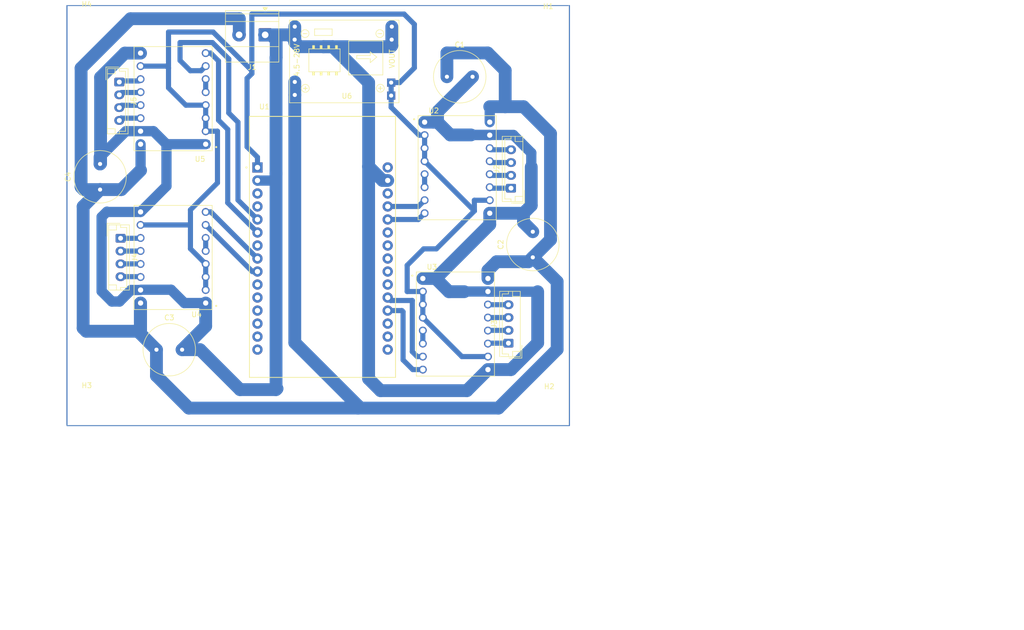
<source format=kicad_pcb>
(kicad_pcb (version 20241229) (generator "pcbnew") (generator_version "9.0")
  (title_block (title "PineApple") (date "2025-08-11") (rev "0") (company "OpenFruit"))
  (layers (0 "F.Cu" signal) (2 "B.Cu" signal) (13 "F.Paste" user) (15 "B.Paste" user) (5 "F.SilkS" user "F.Silkscreen") (7 "B.SilkS" user "B.Silkscreen") (1 "F.Mask" user) (3 "B.Mask" user) (25 "Edge.Cuts" user))
  (net 0 "")
  (net 1 "GND")
  (net 2 "+V_{batt}")
  (net 3 "Net-(J2-Pin_3)")
  (net 4 "Net-(J2-Pin_4)")
  (net 5 "Net-(J2-Pin_1)")
  (net 6 "Net-(J2-Pin_2)")
  (net 7 "Net-(J3-Pin_3)")
  (net 8 "Net-(J3-Pin_1)")
  (net 9 "Net-(J3-Pin_2)")
  (net 10 "Net-(J3-Pin_4)")
  (net 11 "Net-(J4-Pin_4)")
  (net 12 "Net-(J4-Pin_3)")
  (net 13 "Net-(J4-Pin_2)")
  (net 14 "Net-(J4-Pin_1)")
  (net 15 "Net-(J5-Pin_3)")
  (net 16 "Net-(J5-Pin_1)")
  (net 17 "Net-(J5-Pin_4)")
  (net 18 "Net-(J5-Pin_2)")
  (net 27 "+V_{DD}")
  (net 28 "DIR_1")
  (net 29 "STEP_1")
  (net 33 "DIR_4")
  (net 34 "DIR_3")
  (net 35 "STEP_2")
  (net 40 "STEP_4")
  (net 41 "DIR_2")
  (net 43 "STEP_3")
  (net 44 "Net-(U2-~{RESET})")
  (net 45 "Net-(U3-~{RESET})")
  (net 46 "Net-(U4-~{RESET})")
  (net 47 "Net-(U5-~{RESET})")
  (footprint "TerminalBlock_Phoenix:TerminalBlock_Phoenix_MKDS-1,5-2-5.08_1x02_P5.08mm_Horizontal" (layer "F.Cu") (at 135.4 64.805 180)
    (property "Reference" "J1" (at 2.54 -6.32 0) (layer "F.SilkS"))
    (property "Value" "Screw_Terminal_01x02")
    (pad "1" thru_hole circle (at 5.08 0 180) (size 2.6 2.6) (drill 1.3) (layers "*.Cu" "*.Mask") (net 2 "+V_{batt}"))
    (pad "2" thru_hole roundrect (at 0 0 180) (size 2.6 2.6) (drill 1.3) (layers "*.Cu" "*.Mask") (roundrect_rratio 0.096154) (net 1 "GND"))
  )
  (footprint "A4988_STEPPER_MOTOR_DRIVER_CARRIER:MODULE_A4988_STEPPER_MOTOR_DRIVER_CARRIER" (layer "F.Cu") (at 172.5 121.255)
    (property "Reference" "U3" (at -4.575 -11.135 0) (layer "F.SilkS"))
    (property "Value" "A4988_STEPPER_MOTOR_DRIVER_CARRIER")
    (pad "1" thru_hole rect (at -6.35 -8.89) (size 1.53 1.53) (drill 1.02) (layers "*.Cu" "*.Mask") (net 1 "GND"))
    (pad "2" thru_hole circle (at -6.35 -6.35) (size 1.53 1.53) (drill 1.02) (layers "*.Cu" "*.Mask") (net 27 "+V_{DD}"))
    (pad "3" thru_hole circle (at -6.35 -3.81) (size 1.53 1.53) (drill 1.02) (layers "*.Cu" "*.Mask") (net 27 "+V_{DD}"))
    (pad "4" thru_hole circle (at -6.35 -1.27) (size 1.53 1.53) (drill 1.02) (layers "*.Cu" "*.Mask") (net 27 "+V_{DD}"))
    (pad "5" thru_hole circle (at -6.35 1.27) (size 1.53 1.53) (drill 1.02) (layers "*.Cu" "*.Mask") (net 45 "Net-(U3-~{RESET})"))
    (pad "6" thru_hole circle (at -6.35 3.81) (size 1.53 1.53) (drill 1.02) (layers "*.Cu" "*.Mask") (net 45 "Net-(U3-~{RESET})"))
    (pad "7" thru_hole circle (at -6.35 6.35) (size 1.53 1.53) (drill 1.02) (layers "*.Cu" "*.Mask") (net 29 "STEP_1"))
    (pad "8" thru_hole circle (at -6.35 8.89) (size 1.53 1.53) (drill 1.02) (layers "*.Cu" "*.Mask") (net 28 "DIR_1"))
    (pad "9" thru_hole circle (at 6.35 8.89) (size 1.53 1.53) (drill 1.02) (layers "*.Cu" "*.Mask") (net 1 "GND"))
    (pad "10" thru_hole circle (at 6.35 6.35) (size 1.53 1.53) (drill 1.02) (layers "*.Cu" "*.Mask") (net 27 "+V_{DD}"))
    (pad "11" thru_hole circle (at 6.35 3.81) (size 1.53 1.53) (drill 1.02) (layers "*.Cu" "*.Mask") (net 8 "Net-(J3-Pin_1)"))
    (pad "12" thru_hole circle (at 6.35 1.27) (size 1.53 1.53) (drill 1.02) (layers "*.Cu" "*.Mask") (net 9 "Net-(J3-Pin_2)"))
    (pad "13" thru_hole circle (at 6.35 -1.27) (size 1.53 1.53) (drill 1.02) (layers "*.Cu" "*.Mask") (net 7 "Net-(J3-Pin_3)"))
    (pad "14" thru_hole circle (at 6.35 -3.81) (size 1.53 1.53) (drill 1.02) (layers "*.Cu" "*.Mask") (net 10 "Net-(J3-Pin_4)"))
    (pad "15" thru_hole circle (at 6.35 -6.35) (size 1.53 1.53) (drill 1.02) (layers "*.Cu" "*.Mask") (net 1 "GND"))
    (pad "16" thru_hole circle (at 6.35 -8.89) (size 1.53 1.53) (drill 1.02) (layers "*.Cu" "*.Mask") (net 2 "+V_{batt}"))
  )
  (footprint "Connector_JST:JST_EH_B4B-EH-A_1x04_P2.50mm_Vertical" (layer "F.Cu") (at 107.2 104.51 -90)
    (property "Reference" "J4" (at 3.75 -2.8 90) (layer "F.SilkS"))
    (property "Value" "Motor_Terminal_01x04")
    (pad "1" thru_hole roundrect (at 0 0 270) (size 1.7 1.95) (drill 0.95) (layers "*.Cu" "*.Mask") (roundrect_rratio 0.147059) (net 14 "Net-(J4-Pin_1)"))
    (pad "2" thru_hole oval (at 2.5 0 270) (size 1.7 1.95) (drill 0.95) (layers "*.Cu" "*.Mask") (net 13 "Net-(J4-Pin_2)"))
    (pad "3" thru_hole oval (at 5 0 270) (size 1.7 1.95) (drill 0.95) (layers "*.Cu" "*.Mask") (net 12 "Net-(J4-Pin_3)"))
    (pad "4" thru_hole oval (at 7.5 0 270) (size 1.7 1.95) (drill 0.95) (layers "*.Cu" "*.Mask") (net 11 "Net-(J4-Pin_4)"))
  )
  (footprint "A4988_STEPPER_MOTOR_DRIVER_CARRIER:MODULE_A4988_STEPPER_MOTOR_DRIVER_CARRIER" (layer "F.Cu") (at 117.45 108.26 180)
    (property "Reference" "U4" (at -4.575 -11.135 0) (layer "F.SilkS"))
    (property "Value" "A4988_STEPPER_MOTOR_DRIVER_CARRIER")
    (pad "1" thru_hole rect (at -6.35 -8.89 180) (size 1.53 1.53) (drill 1.02) (layers "*.Cu" "*.Mask") (net 1 "GND"))
    (pad "2" thru_hole circle (at -6.35 -6.35 180) (size 1.53 1.53) (drill 1.02) (layers "*.Cu" "*.Mask") (net 27 "+V_{DD}"))
    (pad "3" thru_hole circle (at -6.35 -3.81 180) (size 1.53 1.53) (drill 1.02) (layers "*.Cu" "*.Mask") (net 27 "+V_{DD}"))
    (pad "4" thru_hole circle (at -6.35 -1.27 180) (size 1.53 1.53) (drill 1.02) (layers "*.Cu" "*.Mask") (net 27 "+V_{DD}"))
    (pad "5" thru_hole circle (at -6.35 1.27 180) (size 1.53 1.53) (drill 1.02) (layers "*.Cu" "*.Mask") (net 46 "Net-(U4-~{RESET})"))
    (pad "6" thru_hole circle (at -6.35 3.81 180) (size 1.53 1.53) (drill 1.02) (layers "*.Cu" "*.Mask") (net 46 "Net-(U4-~{RESET})"))
    (pad "7" thru_hole circle (at -6.35 6.35 180) (size 1.53 1.53) (drill 1.02) (layers "*.Cu" "*.Mask") (net 43 "STEP_3"))
    (pad "8" thru_hole circle (at -6.35 8.89 180) (size 1.53 1.53) (drill 1.02) (layers "*.Cu" "*.Mask") (net 34 "DIR_3"))
    (pad "9" thru_hole circle (at 6.35 8.89 180) (size 1.53 1.53) (drill 1.02) (layers "*.Cu" "*.Mask") (net 1 "GND"))
    (pad "10" thru_hole circle (at 6.35 6.35 180) (size 1.53 1.53) (drill 1.02) (layers "*.Cu" "*.Mask") (net 27 "+V_{DD}"))
    (pad "11" thru_hole circle (at 6.35 3.81 180) (size 1.53 1.53) (drill 1.02) (layers "*.Cu" "*.Mask") (net 14 "Net-(J4-Pin_1)"))
    (pad "12" thru_hole circle (at 6.35 1.27 180) (size 1.53 1.53) (drill 1.02) (layers "*.Cu" "*.Mask") (net 13 "Net-(J4-Pin_2)"))
    (pad "13" thru_hole circle (at 6.35 -1.27 180) (size 1.53 1.53) (drill 1.02) (layers "*.Cu" "*.Mask") (net 12 "Net-(J4-Pin_3)"))
    (pad "14" thru_hole circle (at 6.35 -3.81 180) (size 1.53 1.53) (drill 1.02) (layers "*.Cu" "*.Mask") (net 11 "Net-(J4-Pin_4)"))
    (pad "15" thru_hole circle (at 6.35 -6.35 180) (size 1.53 1.53) (drill 1.02) (layers "*.Cu" "*.Mask") (net 1 "GND"))
    (pad "16" thru_hole circle (at 6.35 -8.89 180) (size 1.53 1.53) (drill 1.02) (layers "*.Cu" "*.Mask") (net 2 "+V_{batt}"))
  )
  (footprint "Capacitor_THT:C_Radial_D10.0mm_H16.0mm_P5.00mm" (layer "F.Cu") (at 114.2 126.26)
    (property "Reference" "C3" (at 2.5 -6.25 0) (layer "F.SilkS"))
    (property "Value" "100u")
    (pad "1" thru_hole circle (at 0 0) (size 1.6 1.6) (drill 0.8) (layers "*.Cu" "*.Mask") (net 2 "+V_{batt}"))
    (pad "2" thru_hole circle (at 5 0) (size 1.6 1.6) (drill 0.8) (layers "*.Cu" "*.Mask") (net 1 "GND"))
  )
  (footprint "MountingHole:MountingHole_3.2mm_M3" (layer "F.Cu") (at 100.6 63)
    (property "Reference" "H4" (at 0 -4.15 0) (layer "F.SilkS"))
    (property "Value" "MountingHole")
    (pad "" np_thru_hole circle (at 0 0) (size 3.2 3.2) (drill 3.2) (layers "*.Cu" "*.Mask"))
  )
  (footprint "MountingHole:MountingHole_3.2mm_M3" (layer "F.Cu") (at 190.6 63.4)
    (property "Reference" "H1" (at 0 -4.15 0) (layer "F.SilkS"))
    (property "Value" "MountingHole")
    (pad "" np_thru_hole circle (at 0 0) (size 3.2 3.2) (drill 3.2) (layers "*.Cu" "*.Mask"))
  )
  (footprint "Connector_JST:JST_EH_B4B-EH-A_1x04_P2.50mm_Vertical" (layer "F.Cu") (at 182.85 124.985 90)
    (property "Reference" "J3" (at 3.75 -2.8 90) (layer "F.SilkS"))
    (property "Value" "Motor_Terminal_01x04")
    (pad "1" thru_hole roundrect (at 0 0 90) (size 1.7 1.95) (drill 0.95) (layers "*.Cu" "*.Mask") (roundrect_rratio 0.147059) (net 8 "Net-(J3-Pin_1)"))
    (pad "2" thru_hole oval (at 2.5 0 90) (size 1.7 1.95) (drill 0.95) (layers "*.Cu" "*.Mask") (net 9 "Net-(J3-Pin_2)"))
    (pad "3" thru_hole oval (at 5 0 90) (size 1.7 1.95) (drill 0.95) (layers "*.Cu" "*.Mask") (net 7 "Net-(J3-Pin_3)"))
    (pad "4" thru_hole oval (at 7.5 0 90) (size 1.7 1.95) (drill 0.95) (layers "*.Cu" "*.Mask") (net 10 "Net-(J3-Pin_4)"))
  )
  (footprint "SRT:SRT_MPT1584EN_Module" (layer "F.Cu") (at 151.337 69.423)
    (property "Reference" "U6" (at 0 7.3152 180) (layer "F.SilkS"))
    (property "Value" "SRT_MP1584EN")
    (fp_text user "-" (at -8.1534 -4.9276 0) (layer "F.SilkS"))
    (fp_text user "-" (at 6.4262 -4.9276 0) (layer "F.SilkS"))
    (fp_text user "+" (at 6.5278 5.7277 0) (layer "F.SilkS"))
    (fp_text user "VOUT" (at 8.8138 0.0508 270) (layer "F.SilkS"))
    (fp_text user "+" (at -8.1026 5.7531 0) (layer "F.SilkS"))
    (fp_text user "4.5-28V" (at -9.7536 0.3048 270) (layer "F.SilkS"))
    (pad "1" thru_hole rect (at -10.16 4.572 90) (size 1.6 1.6) (drill 0.8) (layers "*.Cu" "B.Mask") (net 2 "+V_{batt}"))
    (pad "1" thru_hole rect (at -10.16 7.112 90) (size 1.6 1.6) (drill 0.8) (layers "*.Cu" "B.Mask") (net 2 "+V_{batt}"))
    (pad "2" thru_hole oval (at -10.1854 -3.683 90) (size 1.6 1.6) (drill 0.8) (layers "*.Cu" "B.Mask") (net 1 "GND"))
    (pad "2" thru_hole oval (at -10.16 -6.223 90) (size 1.6 1.6) (drill 0.8) (layers "*.Cu" "B.Mask") (net 1 "GND"))
    (pad "3" thru_hole oval (at 8.7376 -3.683 90) (size 1.6 1.6) (drill 0.8) (layers "*.Cu" "B.Mask") (net 1 "GND"))
    (pad "3" thru_hole oval (at 8.763 -6.223 90) (size 1.6 1.6) (drill 0.8) (layers "*.Cu" "B.Mask") (net 1 "GND"))
    (pad "4" thru_hole rect (at 8.636 4.699 90) (size 1.6 1.6) (drill 0.8) (layers "*.Cu" "B.Mask") (net 27 "+V_{DD}"))
    (pad "4" thru_hole rect (at 8.636 7.239 90) (size 1.6 1.6) (drill 0.8) (layers "*.Cu" "B.Mask") (net 27 "+V_{DD}"))
  )
  (footprint "ESP32-DEVKIT-V1:MODULE_ESP32_DEVKIT_V1" (layer "F.Cu") (at 146.6 106.2)
    (property "Reference" "U1" (at -11.355 -27.36 0) (layer "F.SilkS"))
    (property "Value" "ESP32-DEVKIT-V1")
    (pad "" np_thru_hole circle (at -12.28 -23.475) (size 3 3) (drill 3) (layers "*.Cu" "*.Mask"))
    (pad "" np_thru_hole circle (at -12.28 23.475) (size 3 3) (drill 3) (layers "*.Cu" "*.Mask"))
    (pad "" np_thru_hole circle (at 12.23 -23.475) (size 3 3) (drill 3) (layers "*.Cu" "*.Mask"))
    (pad "" np_thru_hole circle (at 12.23 23.475) (size 3 3) (drill 3) (layers "*.Cu" "*.Mask"))
    (pad "1" thru_hole rect (at -12.7 -15.515) (size 2 2) (drill 1.02) (layers "*.Cu" "*.Mask") (net 27 "+V_{DD}"))
    (pad "2" thru_hole circle (at -12.7 -12.975) (size 2 2) (drill 1.02) (layers "*.Cu" "*.Mask") (net 1 "GND"))
    (pad "3" thru_hole circle (at -12.7 -10.435) (size 2 2) (drill 1.02) (layers "*.Cu" "*.Mask"))
    (pad "4" thru_hole circle (at -12.7 -7.895) (size 2 2) (drill 1.02) (layers "*.Cu" "*.Mask"))
    (pad "5" thru_hole circle (at -12.7 -5.355) (size 2 2) (drill 1.02) (layers "*.Cu" "*.Mask") (net 40 "STEP_4"))
    (pad "6" thru_hole circle (at -12.7 -2.815) (size 2 2) (drill 1.02) (layers "*.Cu" "*.Mask") (net 33 "DIR_4"))
    (pad "7" thru_hole circle (at -12.7 -0.275) (size 2 2) (drill 1.02) (layers "*.Cu" "*.Mask"))
    (pad "8" thru_hole circle (at -12.7 2.265) (size 2 2) (drill 1.02) (layers "*.Cu" "*.Mask") (net 34 "DIR_3"))
    (pad "9" thru_hole circle (at -12.7 4.805) (size 2 2) (drill 1.02) (layers "*.Cu" "*.Mask") (net 43 "STEP_3"))
    (pad "10" thru_hole circle (at -12.7 7.345) (size 2 2) (drill 1.02) (layers "*.Cu" "*.Mask"))
    (pad "11" thru_hole circle (at -12.7 9.885) (size 2 2) (drill 1.02) (layers "*.Cu" "*.Mask"))
    (pad "12" thru_hole circle (at -12.7 12.425) (size 2 2) (drill 1.02) (layers "*.Cu" "*.Mask"))
    (pad "13" thru_hole circle (at -12.7 14.965) (size 2 2) (drill 1.02) (layers "*.Cu" "*.Mask"))
    (pad "14" thru_hole circle (at -12.7 17.505) (size 2 2) (drill 1.02) (layers "*.Cu" "*.Mask"))
    (pad "15" thru_hole circle (at -12.7 20.045) (size 2 2) (drill 1.02) (layers "*.Cu" "*.Mask"))
    (pad "16" thru_hole circle (at 12.7 20.045) (size 2 2) (drill 1.02) (layers "*.Cu" "*.Mask"))
    (pad "17" thru_hole circle (at 12.7 17.505) (size 2 2) (drill 1.02) (layers "*.Cu" "*.Mask"))
    (pad "18" thru_hole circle (at 12.7 14.965) (size 2 2) (drill 1.02) (layers "*.Cu" "*.Mask"))
    (pad "19" thru_hole circle (at 12.7 12.425) (size 2 2) (drill 1.02) (layers "*.Cu" "*.Mask") (net 28 "DIR_1"))
    (pad "20" thru_hole circle (at 12.7 9.885) (size 2 2) (drill 1.02) (layers "*.Cu" "*.Mask") (net 29 "STEP_1"))
    (pad "21" thru_hole circle (at 12.7 7.345) (size 2 2) (drill 1.02) (layers "*.Cu" "*.Mask"))
    (pad "22" thru_hole circle (at 12.7 4.805) (size 2 2) (drill 1.02) (layers "*.Cu" "*.Mask"))
    (pad "23" thru_hole circle (at 12.7 2.265) (size 2 2) (drill 1.02) (layers "*.Cu" "*.Mask"))
    (pad "24" thru_hole circle (at 12.7 -0.275) (size 2 2) (drill 1.02) (layers "*.Cu" "*.Mask"))
    (pad "25" thru_hole circle (at 12.7 -2.815) (size 2 2) (drill 1.02) (layers "*.Cu" "*.Mask"))
    (pad "26" thru_hole circle (at 12.7 -5.355) (size 2 2) (drill 1.02) (layers "*.Cu" "*.Mask") (net 41 "DIR_2"))
    (pad "27" thru_hole circle (at 12.7 -7.895) (size 2 2) (drill 1.02) (layers "*.Cu" "*.Mask") (net 35 "STEP_2"))
    (pad "28" thru_hole circle (at 12.7 -10.435) (size 2 2) (drill 1.02) (layers "*.Cu" "*.Mask"))
    (pad "29" thru_hole circle (at 12.7 -12.975) (size 2 2) (drill 1.02) (layers "*.Cu" "*.Mask") (net 1 "GND"))
    (pad "30" thru_hole circle (at 12.7 -15.515) (size 2 2) (drill 1.02) (layers "*.Cu" "*.Mask"))
  )
  (footprint "Connector_JST:JST_EH_B4B-EH-A_1x04_P2.50mm_Vertical" (layer "F.Cu") (at 106.95 74.01 -90)
    (property "Reference" "J5" (at 3.75 -2.8 90) (layer "F.SilkS"))
    (property "Value" "Motor_Terminal_01x04")
    (pad "1" thru_hole roundrect (at 0 0 270) (size 1.7 1.95) (drill 0.95) (layers "*.Cu" "*.Mask") (roundrect_rratio 0.147059) (net 16 "Net-(J5-Pin_1)"))
    (pad "2" thru_hole oval (at 2.5 0 270) (size 1.7 1.95) (drill 0.95) (layers "*.Cu" "*.Mask") (net 18 "Net-(J5-Pin_2)"))
    (pad "3" thru_hole oval (at 5 0 270) (size 1.7 1.95) (drill 0.95) (layers "*.Cu" "*.Mask") (net 15 "Net-(J5-Pin_3)"))
    (pad "4" thru_hole oval (at 7.5 0 270) (size 1.7 1.95) (drill 0.95) (layers "*.Cu" "*.Mask") (net 17 "Net-(J5-Pin_4)"))
  )
  (footprint "Connector_JST:JST_EH_B4B-EH-A_1x04_P2.50mm_Vertical" (layer "F.Cu") (at 183.35 94.735 90)
    (property "Reference" "J2" (at 3.75 -2.8 90) (layer "F.SilkS"))
    (property "Value" "Motor_Terminal_01x04")
    (pad "1" thru_hole roundrect (at 0 0 90) (size 1.7 1.95) (drill 0.95) (layers "*.Cu" "*.Mask") (roundrect_rratio 0.147059) (net 5 "Net-(J2-Pin_1)"))
    (pad "2" thru_hole oval (at 2.5 0 90) (size 1.7 1.95) (drill 0.95) (layers "*.Cu" "*.Mask") (net 6 "Net-(J2-Pin_2)"))
    (pad "3" thru_hole oval (at 5 0 90) (size 1.7 1.95) (drill 0.95) (layers "*.Cu" "*.Mask") (net 3 "Net-(J2-Pin_3)"))
    (pad "4" thru_hole oval (at 7.5 0 90) (size 1.7 1.95) (drill 0.95) (layers "*.Cu" "*.Mask") (net 4 "Net-(J2-Pin_4)"))
  )
  (footprint "MountingHole:MountingHole_3.2mm_M3" (layer "F.Cu") (at 100.6 137.4)
    (property "Reference" "H3" (at 0 -4.15 0) (layer "F.SilkS"))
    (property "Value" "MountingHole")
    (pad "" np_thru_hole circle (at 0 0) (size 3.2 3.2) (drill 3.2) (layers "*.Cu" "*.Mask"))
  )
  (footprint "MountingHole:MountingHole_3.2mm_M3" (layer "F.Cu") (at 190.8 137.6)
    (property "Reference" "H2" (at 0 -4.15 0) (layer "F.SilkS"))
    (property "Value" "MountingHole")
    (pad "" np_thru_hole circle (at 0 0) (size 3.2 3.2) (drill 3.2) (layers "*.Cu" "*.Mask"))
  )
  (footprint "A4988_STEPPER_MOTOR_DRIVER_CARRIER:MODULE_A4988_STEPPER_MOTOR_DRIVER_CARRIER" (layer "F.Cu") (at 172.85 90.735)
    (property "Reference" "U2" (at -4.575 -11.135 0) (layer "F.SilkS"))
    (property "Value" "A4988_STEPPER_MOTOR_DRIVER_CARRIER")
    (pad "1" thru_hole rect (at -6.35 -8.89) (size 1.53 1.53) (drill 1.02) (layers "*.Cu" "*.Mask") (net 1 "GND"))
    (pad "2" thru_hole circle (at -6.35 -6.35) (size 1.53 1.53) (drill 1.02) (layers "*.Cu" "*.Mask") (net 27 "+V_{DD}"))
    (pad "3" thru_hole circle (at -6.35 -3.81) (size 1.53 1.53) (drill 1.02) (layers "*.Cu" "*.Mask") (net 27 "+V_{DD}"))
    (pad "4" thru_hole circle (at -6.35 -1.27) (size 1.53 1.53) (drill 1.02) (layers "*.Cu" "*.Mask") (net 27 "+V_{DD}"))
    (pad "5" thru_hole circle (at -6.35 1.27) (size 1.53 1.53) (drill 1.02) (layers "*.Cu" "*.Mask") (net 44 "Net-(U2-~{RESET})"))
    (pad "6" thru_hole circle (at -6.35 3.81) (size 1.53 1.53) (drill 1.02) (layers "*.Cu" "*.Mask") (net 44 "Net-(U2-~{RESET})"))
    (pad "7" thru_hole circle (at -6.35 6.35) (size 1.53 1.53) (drill 1.02) (layers "*.Cu" "*.Mask") (net 35 "STEP_2"))
    (pad "8" thru_hole circle (at -6.35 8.89) (size 1.53 1.53) (drill 1.02) (layers "*.Cu" "*.Mask") (net 41 "DIR_2"))
    (pad "9" thru_hole circle (at 6.35 8.89) (size 1.53 1.53) (drill 1.02) (layers "*.Cu" "*.Mask") (net 1 "GND"))
    (pad "10" thru_hole circle (at 6.35 6.35) (size 1.53 1.53) (drill 1.02) (layers "*.Cu" "*.Mask") (net 27 "+V_{DD}"))
    (pad "11" thru_hole circle (at 6.35 3.81) (size 1.53 1.53) (drill 1.02) (layers "*.Cu" "*.Mask") (net 5 "Net-(J2-Pin_1)"))
    (pad "12" thru_hole circle (at 6.35 1.27) (size 1.53 1.53) (drill 1.02) (layers "*.Cu" "*.Mask") (net 6 "Net-(J2-Pin_2)"))
    (pad "13" thru_hole circle (at 6.35 -1.27) (size 1.53 1.53) (drill 1.02) (layers "*.Cu" "*.Mask") (net 3 "Net-(J2-Pin_3)"))
    (pad "14" thru_hole circle (at 6.35 -3.81) (size 1.53 1.53) (drill 1.02) (layers "*.Cu" "*.Mask") (net 4 "Net-(J2-Pin_4)"))
    (pad "15" thru_hole circle (at 6.35 -6.35) (size 1.53 1.53) (drill 1.02) (layers "*.Cu" "*.Mask") (net 1 "GND"))
    (pad "16" thru_hole circle (at 6.35 -8.89) (size 1.53 1.53) (drill 1.02) (layers "*.Cu" "*.Mask") (net 2 "+V_{batt}"))
  )
  (footprint "Capacitor_THT:C_Radial_D10.0mm_H16.0mm_P5.00mm" (layer "F.Cu") (at 170.85 72.985)
    (property "Reference" "C1" (at 2.5 -6.25 0) (layer "F.SilkS"))
    (property "Value" "100u")
    (pad "1" thru_hole circle (at 0 0) (size 1.6 1.6) (drill 0.8) (layers "*.Cu" "*.Mask") (net 2 "+V_{batt}"))
    (pad "2" thru_hole circle (at 5 0) (size 1.6 1.6) (drill 0.8) (layers "*.Cu" "*.Mask") (net 1 "GND"))
  )
  (footprint "Capacitor_THT:C_Radial_D10.0mm_H16.0mm_P5.00mm" (layer "F.Cu") (at 103.2 95.01 90)
    (property "Reference" "C4" (at 2.5 -6.25 90) (layer "F.SilkS"))
    (property "Value" "100u")
    (pad "1" thru_hole circle (at 0 0 90) (size 1.6 1.6) (drill 0.8) (layers "*.Cu" "*.Mask") (net 2 "+V_{batt}"))
    (pad "2" thru_hole circle (at 5 0 90) (size 1.6 1.6) (drill 0.8) (layers "*.Cu" "*.Mask") (net 1 "GND"))
  )
  (footprint "A4988_STEPPER_MOTOR_DRIVER_CARRIER:MODULE_A4988_STEPPER_MOTOR_DRIVER_CARRIER" (layer "F.Cu") (at 117.45 77.26 180)
    (property "Reference" "U5" (at -5.25 -11.795 0) (layer "F.SilkS"))
    (property "Value" "A4988_STEPPER_MOTOR_DRIVER_CARRIER")
    (pad "1" thru_hole rect (at -6.35 -8.89 180) (size 1.53 1.53) (drill 1.02) (layers "*.Cu" "*.Mask") (net 1 "GND"))
    (pad "2" thru_hole circle (at -6.35 -6.35 180) (size 1.53 1.53) (drill 1.02) (layers "*.Cu" "*.Mask") (net 27 "+V_{DD}"))
    (pad "3" thru_hole circle (at -6.35 -3.81 180) (size 1.53 1.53) (drill 1.02) (layers "*.Cu" "*.Mask") (net 27 "+V_{DD}"))
    (pad "4" thru_hole circle (at -6.35 -1.27 180) (size 1.53 1.53) (drill 1.02) (layers "*.Cu" "*.Mask") (net 27 "+V_{DD}"))
    (pad "5" thru_hole circle (at -6.35 1.27 180) (size 1.53 1.53) (drill 1.02) (layers "*.Cu" "*.Mask") (net 47 "Net-(U5-~{RESET})"))
    (pad "6" thru_hole circle (at -6.35 3.81 180) (size 1.53 1.53) (drill 1.02) (layers "*.Cu" "*.Mask") (net 47 "Net-(U5-~{RESET})"))
    (pad "7" thru_hole circle (at -6.35 6.35 180) (size 1.53 1.53) (drill 1.02) (layers "*.Cu" "*.Mask") (net 40 "STEP_4"))
    (pad "8" thru_hole circle (at -6.35 8.89 180) (size 1.53 1.53) (drill 1.02) (layers "*.Cu" "*.Mask") (net 33 "DIR_4"))
    (pad "9" thru_hole circle (at 6.35 8.89 180) (size 1.53 1.53) (drill 1.02) (layers "*.Cu" "*.Mask") (net 1 "GND"))
    (pad "10" thru_hole circle (at 6.35 6.35 180) (size 1.53 1.53) (drill 1.02) (layers "*.Cu" "*.Mask") (net 27 "+V_{DD}"))
    (pad "11" thru_hole circle (at 6.35 3.81 180) (size 1.53 1.53) (drill 1.02) (layers "*.Cu" "*.Mask") (net 16 "Net-(J5-Pin_1)"))
    (pad "12" thru_hole circle (at 6.35 1.27 180) (size 1.53 1.53) (drill 1.02) (layers "*.Cu" "*.Mask") (net 18 "Net-(J5-Pin_2)"))
    (pad "13" thru_hole circle (at 6.35 -1.27 180) (size 1.53 1.53) (drill 1.02) (layers "*.Cu" "*.Mask") (net 15 "Net-(J5-Pin_3)"))
    (pad "14" thru_hole circle (at 6.35 -3.81 180) (size 1.53 1.53) (drill 1.02) (layers "*.Cu" "*.Mask") (net 17 "Net-(J5-Pin_4)"))
    (pad "15" thru_hole circle (at 6.35 -6.35 180) (size 1.53 1.53) (drill 1.02) (layers "*.Cu" "*.Mask") (net 1 "GND"))
    (pad "16" thru_hole circle (at 6.35 -8.89 180) (size 1.53 1.53) (drill 1.02) (layers "*.Cu" "*.Mask") (net 2 "+V_{batt}"))
  )
  (footprint "Capacitor_THT:C_Radial_D10.0mm_H16.0mm_P5.00mm" (layer "F.Cu") (at 187.6 108.235 90)
    (property "Reference" "C2" (at 2.5 -6.25 90) (layer "F.SilkS"))
    (property "Value" "100u")
    (pad "1" thru_hole circle (at 0 0 90) (size 1.6 1.6) (drill 0.8) (layers "*.Cu" "*.Mask") (net 2 "+V_{batt}"))
    (pad "2" thru_hole circle (at 5 0 90) (size 1.6 1.6) (drill 0.8) (layers "*.Cu" "*.Mask") (net 1 "GND"))
  )
  (gr_rect (start 96.75 59.08) (end 194.75 141.08) (stroke (width 0.2)) (fill no) (layer "B.Cu") (net 2))
  (gr_rect (start 96.6 59) (end 194.6 141) (stroke (width 0.05)) (fill no) (layer "Edge.Cuts"))
  (segment (start 185.7868 99.625) (end 179.2 99.625) (width 2.5) (layer "B.Cu") (net 1))
  (segment (start 142.0375 67.1205) (end 146.75 67.1205) (width 2.5) (layer "B.Cu") (net 1))
  (segment (start 155.5795 74.122) (end 155.5795 90.5098) (width 2.5) (layer "B.Cu") (net 1))
  (segment (start 141.177 65.7146) (end 141.1516 65.74) (width 2.5) (layer "B.Cu") (net 1))
  (segment (start 130.5 134.055) (end 137.5 134.055) (width 2.5) (layer "B.Cu") (net 1))
  (segment (start 137.5 134.055) (end 137.7 133.855) (width 2.5) (layer "B.Cu") (net 1))
  (segment (start 187.3 98.1118) (end 187.3 90.59) (width 2.5) (layer "B.Cu") (net 1))
  (segment (start 103.5 114.855) (end 103.5 100.355) (width 2) (layer "B.Cu") (net 1))
  (segment (start 175.55 84.34) (end 171.51 84.34) (width 2.5) (layer "B.Cu") (net 1))
  (segment (start 174.8995 114.905) (end 178.85 114.905) (width 2) (layer "B.Cu") (net 1))
  (segment (start 171.51 84.34) (end 169.015 81.845) (width 2.5) (layer "B.Cu") (net 1))
  (segment (start 175.55 84.34) (end 183.8 84.34) (width 2) (layer "B.Cu") (net 1))
  (segment (start 157.9 134.255) (end 174.74 134.255) (width 2.5) (layer "B.Cu") (net 1))
  (segment (start 103.3 73.1) (end 108.03 68.37) (width 2.5) (layer "B.Cu") (net 1))
  (segment (start 111.155 114.555) (end 117.05 114.555) (width 2) (layer "B.Cu") (net 1))
  (segment (start 187.3 87.84) (end 187.3 90.59) (width 2) (layer "B.Cu") (net 1))
  (segment (start 109.245 114.61) (end 107 116.855) (width 2) (layer "B.Cu") (net 1))
  (segment (start 116.1496 94.3204) (end 111.1 99.37) (width 2) (layer "B.Cu") (net 1))
  (segment (start 137.55 69.2634) (end 137.55 65.805) (width 2.5) (layer "B.Cu") (net 1))
  (segment (start 113.6096 83.61) (end 116.1496 86.15) (width 2) (layer "B.Cu") (net 1))
  (segment (start 187.6 103.235) (end 185.7868 101.4218) (width 2.5) (layer "B.Cu") (net 1))
  (segment (start 137.55 65.805) (end 136.55 64.805) (width 2.5) (layer "B.Cu") (net 1))
  (segment (start 160.1 66.9) (end 160.1 63.2) (width 2.5) (layer "B.Cu") (net 1))
  (segment (start 179.2 99.625) (end 179.2 101.83) (width 2.5) (layer "B.Cu") (net 1))
  (segment (start 116.1496 86.15) (end 123.8 86.15) (width 2) (layer "B.Cu") (net 1))
  (segment (start 116.1496 86.15) (end 116.1496 94.3204) (width 2) (layer "B.Cu") (net 1))
  (segment (start 159.8795 67.1205) (end 160.1 66.9) (width 2.5) (layer "B.Cu") (net 1))
  (segment (start 136.55 64.805) (end 135.3 64.805) (width 2.5) (layer "B.Cu") (net 1))
  (segment (start 137.5217 93.5) (end 137.2717 93.25) (width 1.9998) (layer "B.Cu") (net 1))
  (segment (start 137.5217 133.6767) (end 137.5217 91.8897) (width 2.5) (layer "B.Cu") (net 1))
  (segment (start 141.1516 66.2346) (end 141.1516 65.74) (width 2.5) (layer "B.Cu") (net 1))
  (segment (start 122.705 126.26) (end 130.5 134.055) (width 2.5) (layer "B.Cu") (net 1))
  (segment (start 103.2 90.01) (end 103.2 88.655) (width 2.5) (layer "B.Cu") (net 1))
  (segment (start 119.2 126.26) (end 123.8 121.66) (width 2.5) (layer "B.Cu") (net 1))
  (segment (start 185.7868 99.625) (end 187.3 98.1118) (width 2.5) (layer "B.Cu") (net 1))
  (segment (start 104.615 99.37) (end 111.1 99.37) (width 2) (layer "B.Cu") (net 1))
  (segment (start 103.2 90.01) (end 103.3 89.91) (width 2.5) (layer "B.Cu") (net 1))
  (segment (start 141.1516 66.2346) (end 142.0375 67.1205) (width 2.5) (layer "B.Cu") (net 1))
  (segment (start 185.7868 101.4218) (end 185.7868 99.625) (width 2.5) (layer "B.Cu") (net 1))
  (segment (start 178.885 114.94) (end 178.85 114.905) (width 2) (layer "B.Cu") (net 1))
  (segment (start 137.2717 93.25) (end 133.925 93.25) (width 1.9998) (layer "B.Cu") (net 1))
  (segment (start 103.2 88.655) (end 108.245 83.61) (width 2) (layer "B.Cu") (net 1))
  (segment (start 103.3 89.91) (end 103.3 73.1) (width 2.5) (layer "B.Cu") (net 1))
  (segment (start 140.2166 64.805) (end 141.1516 65.74) (width 2.5) (layer "B.Cu") (net 1))
  (segment (start 155.5795 90.5098) (end 155.5795 131.9345) (width 2.5) (layer "B.Cu") (net 1))
  (segment (start 119.645 117.15) (end 123.8 117.15) (width 2) (layer "B.Cu") (net 1))
  (segment (start 148.578 67.1205) (end 155.5795 74.122) (width 2.5) (layer "B.Cu") (net 1))
  (segment (start 117.05 114.555) (end 119.645 117.15) (width 2) (layer "B.Cu") (net 1))
  (segment (start 108.03 68.37) (end 111.1 68.37) (width 2.5) (layer "B.Cu") (net 1))
  (segment (start 166.5 81.845) (end 168.19 81.845) (width 2.5) (layer "B.Cu") (net 1))
  (segment (start 160.1 63.2) (end 159.875 63.2) (width 1) (layer "B.Cu") (net 1))
  (segment (start 137.5217 69.2917) (end 137.55 69.2634) (width 2.5) (layer "B.Cu") (net 1))
  (segment (start 135.3 64.805) (end 140.2166 64.805) (width 2.5) (layer "B.Cu") (net 1))
  (segment (start 133.925 93.25) (end 133.9 93.225) (width 1.9998) (layer "B.Cu") (net 1))
  (segment (start 123.8 121.66) (end 123.8 117.15) (width 2.5) (layer "B.Cu") (net 1))
  (segment (start 105.5 116.855) (end 103.5 114.855) (width 2) (layer "B.Cu") (net 1))
  (segment (start 159.875 63.2) (end 159.875 63.7404) (width 1) (layer "B.Cu") (net 1))
  (segment (start 159.875 63.7404) (end 160.0746 63.94) (width 1) (layer "B.Cu") (net 1))
  (segment (start 104.55 99.305) (end 104.615 99.37) (width 1) (layer "B.Cu") (net 1))
  (segment (start 103.5 100.355) (end 104.55 99.305) (width 2) (layer "B.Cu") (net 1))
  (segment (start 174.2355 114.94) (end 171.24 114.94) (width 2.5) (layer "B.Cu") (net 1))
  (segment (start 141.177 63.2) (end 141.177 65.7146) (width 2.5) (layer "B.Cu") (net 1))
  (segment (start 158.2947 93.225) (end 159.3 93.225) (width 2.5) (layer "B.Cu") (net 1))
  (segment (start 179.155 84.34) (end 175.55 84.34) (width 2) (layer "B.Cu") (net 1))
  (segment (start 183.345 130.145) (end 188.55 124.94) (width 2.5) (layer "B.Cu") (net 1))
  (segment (start 175.85 72.985) (end 169.015 79.82) (width 2.5) (layer "B.Cu") (net 1))
  (segment (start 146.75 67.1205) (end 159.8795 67.1205) (width 2.5) (layer "B.Cu") (net 1))
  (segment (start 108.245 83.61) (end 113.6096 83.61) (width 2) (layer "B.Cu") (net 1))
  (segment (start 137.7 133.855) (end 137.5217 133.6767) (width 2.5) (layer "B.Cu") (net 1))
  (segment (start 111.1 114.61) (end 111.155 114.555) (width 1) (layer "B.Cu") (net 1))
  (segment (start 183.8 84.34) (end 187.3 87.84) (width 2) (layer "B.Cu") (net 1))
  (segment (start 174.74 134.255) (end 178.85 130.145) (width 2.5) (layer "B.Cu") (net 1))
  (segment (start 146.75 67.1205) (end 148.578 67.1205) (width 2.5) (layer "B.Cu") (net 1))
  (segment (start 111.1 114.61) (end 109.245 114.61) (width 2) (layer "B.Cu") (net 1))
  (segment (start 188.55 124.94) (end 188.55 114.94) (width 2.5) (layer "B.Cu") (net 1))
  (segment (start 178.85 130.145) (end 183.345 130.145) (width 2.5) (layer "B.Cu") (net 1))
  (segment (start 155.5795 90.5098) (end 158.2947 93.225) (width 2.5) (layer "B.Cu") (net 1))
  (segment (start 137.5217 91.8897) (end 137.5217 69.2917) (width 2.5) (layer "B.Cu") (net 1))
  (segment (start 168.19 81.845) (end 168.7152 81.845) (width 2.5) (layer "B.Cu") (net 1))
  (segment (start 169.015 79.82) (end 169.015 81.845) (width 2.5) (layer "B.Cu") (net 1))
  (segment (start 155.5795 131.9345) (end 157.9 134.255) (width 2.5) (layer "B.Cu") (net 1))
  (segment (start 171.24 114.94) (end 168.665 112.365) (width 2.5) (layer "B.Cu") (net 1))
  (segment (start 188.55 114.94) (end 178.885 114.94) (width 2) (layer "B.Cu") (net 1))
  (segment (start 166.15 112.365) (end 168.665 112.365) (width 2.5) (layer "B.Cu") (net 1))
  (segment (start 179.2 84.385) (end 179.155 84.34) (width 2) (layer "B.Cu") (net 1))
  (segment (start 168.7152 81.845) (end 169.015 81.845) (width 2.5) (layer "B.Cu") (net 1))
  (segment (start 119.2 126.26) (end 122.705 126.26) (width 2.5) (layer "B.Cu") (net 1))
  (segment (start 107 116.855) (end 105.5 116.855) (width 2) (layer "B.Cu") (net 1))
  (segment (start 179.2 101.83) (end 168.665 112.365) (width 2.5) (layer "B.Cu") (net 1))
  (segment (start 191.05 84.09) (end 191.05 104.785) (width 2.5) (layer "B.Cu") (net 2))
  (segment (start 192.35 126.205) (end 192.35 112.985) (width 2.5) (layer "B.Cu") (net 2))
  (segment (start 114.2 131.355) (end 120.5 137.655) (width 2.5) (layer "B.Cu") (net 2))
  (segment (start 141.177 124.881) (end 141.177 76.535) (width 2.5) (layer "B.Cu") (net 2))
  (segment (start 111.1 122.505) (end 110.95 122.655) (width 2.5) (layer "B.Cu") (net 2))
  (segment (start 99.9 122.055) (end 99.9 98.31) (width 2.5) (layer "B.Cu") (net 2))
  (segment (start 153.5 137.204) (end 141.177 124.881) (width 2.5) (layer "B.Cu") (net 2))
  (segment (start 178.85 110.79) (end 180.55 109.09) (width 2.5) (layer "B.Cu") (net 2))
  (segment (start 192.35 112.985) (end 187.6 108.235) (width 2.5) (layer "B.Cu") (net 2))
  (segment (start 99.9 98.31) (end 103.2 95.01) (width 2.5) (layer "B.Cu") (net 2))
  (segment (start 111.05 117.2) (end 111.1 117.15) (width 2.5) (layer "B.Cu") (net 2))
  (segment (start 109.145 61.655) (end 99.5 71.3) (width 2.5) (layer "B.Cu") (net 2))
  (segment (start 186.745 109.09) (end 187.6 108.235) (width 2.5) (layer "B.Cu") (net 2))
  (segment (start 185.7871 78.8271) (end 191.05 84.09) (width 2.5) (layer "B.Cu") (net 2))
  (segment (start 99.5 94.505) (end 100.005 95.01) (width 2.5) (layer "B.Cu") (net 2))
  (segment (start 178.85 112.365) (end 178.85 110.79) (width 2.5) (layer "B.Cu") (net 2))
  (segment (start 153.5 137.655) (end 153.5 137.204) (width 2.5) (layer "B.Cu") (net 2))
  (segment (start 170.85 72.985) (end 170.85 68.34) (width 2.5) (layer "B.Cu") (net 2))
  (segment (start 100.5 122.655) (end 99.9 122.055) (width 2.5) (layer "B.Cu") (net 2))
  (segment (start 182.2179 78.8271) (end 185.7871 78.8271) (width 2.5) (layer "B.Cu") (net 2))
  (segment (start 100.005 95.01) (end 103.2 95.01) (width 2.5) (layer "B.Cu") (net 2))
  (segment (start 180.9 137.655) (end 192.35 126.205) (width 2.5) (layer "B.Cu") (net 2))
  (segment (start 111.1 86.15) (end 111.1 91.255) (width 2) (layer "B.Cu") (net 2))
  (segment (start 114.2 126.26) (end 111.05 123.11) (width 2.5) (layer "B.Cu") (net 2))
  (segment (start 120.5 137.655) (end 180.9 137.655) (width 2.5) (layer "B.Cu") (net 2))
  (segment (start 130.22 64.805) (end 130.35 64.675) (width 2.5) (layer "B.Cu") (net 2))
  (segment (start 114.2 126.26) (end 114.2 131.355) (width 2.5) (layer "B.Cu") (net 2))
  (segment (start 130.35 64.675) (end 130.35 61.655) (width 2.5) (layer "B.Cu") (net 2))
  (segment (start 111.1 117.15) (end 111.1 122.505) (width 2.5) (layer "B.Cu") (net 2))
  (segment (start 99.5 71.3) (end 99.5 94.505) (width 2.5) (layer "B.Cu") (net 2))
  (segment (start 130.35 61.655) (end 109.145 61.655) (width 2.5) (layer "B.Cu") (net 2))
  (segment (start 141.177 73.995) (end 141.177 76.535) (width 2.5) (layer "B.Cu") (net 2))
  (segment (start 170.85 68.34) (end 178.8 68.34) (width 2.5) (layer "B.Cu") (net 2))
  (segment (start 107.345 95.01) (end 103.2 95.01) (width 2.5) (layer "B.Cu") (net 2))
  (segment (start 182.2179 78.8271) (end 179.2 78.8271) (width 2.5) (layer "B.Cu") (net 2))
  (segment (start 110.95 122.655) (end 100.5 122.655) (width 2.5) (layer "B.Cu") (net 2))
  (segment (start 180.55 109.09) (end 186.745 109.09) (width 2.5) (layer "B.Cu") (net 2))
  (segment (start 191.05 104.785) (end 187.6 108.235) (width 2.5) (layer "B.Cu") (net 2))
  (segment (start 178.8 68.34) (end 182.2179 71.7579) (width 2.5) (layer "B.Cu") (net 2))
  (segment (start 111.1 91.255) (end 107.345 95.01) (width 2.5) (layer "B.Cu") (net 2))
  (segment (start 179.2 81.845) (end 179.2 78.8271) (width 2) (layer "B.Cu") (net 2))
  (segment (start 111.05 123.11) (end 111.05 117.2) (width 2.5) (layer "B.Cu") (net 2))
  (segment (start 182.2179 71.7579) (end 182.2179 78.8271) (width 2.5) (layer "B.Cu") (net 2))
  (segment (start 179.47 89.735) (end 179.2 89.465) (width 1) (layer "B.Cu") (net 3))
  (segment (start 183.35 89.735) (end 179.47 89.735) (width 1) (layer "B.Cu") (net 3))
  (segment (start 183.35 87.235) (end 179.51 87.235) (width 1) (layer "B.Cu") (net 4))
  (segment (start 179.51 87.235) (end 179.2 86.925) (width 1) (layer "B.Cu") (net 4))
  (segment (start 183.35 94.735) (end 179.39 94.735) (width 1) (layer "B.Cu") (net 5))
  (segment (start 179.39 94.735) (end 179.2 94.545) (width 1) (layer "B.Cu") (net 5))
  (segment (start 179.43 92.235) (end 179.2 92.005) (width 1) (layer "B.Cu") (net 6))
  (segment (start 183.35 92.235) (end 179.43 92.235) (width 1) (layer "B.Cu") (net 6))
  (segment (start 182.85 119.985) (end 178.85 119.985) (width 1) (layer "B.Cu") (net 7))
  (segment (start 178.93 124.985) (end 178.85 125.065) (width 1) (layer "B.Cu") (net 8))
  (segment (start 182.85 124.985) (end 178.93 124.985) (width 1) (layer "B.Cu") (net 8))
  (segment (start 182.85 122.485) (end 178.89 122.485) (width 1) (layer "B.Cu") (net 9))
  (segment (start 178.89 122.485) (end 178.85 122.525) (width 1) (layer "B.Cu") (net 9))
  (segment (start 178.89 117.485) (end 178.85 117.445) (width 1) (layer "B.Cu") (net 10))
  (segment (start 182.85 117.485) (end 178.89 117.485) (width 1) (layer "B.Cu") (net 10))
  (segment (start 107.2 112.01) (end 111.04 112.01) (width 1) (layer "B.Cu") (net 11))
  (segment (start 111.04 112.01) (end 111.1 112.07) (width 1) (layer "B.Cu") (net 11))
  (segment (start 107.2 109.51) (end 111.08 109.51) (width 1) (layer "B.Cu") (net 12))
  (segment (start 111.08 109.51) (end 111.1 109.53) (width 1) (layer "B.Cu") (net 12))
  (segment (start 111.08 107.01) (end 111.1 106.99) (width 1) (layer "B.Cu") (net 13))
  (segment (start 107.2 107.01) (end 111.08 107.01) (width 1) (layer "B.Cu") (net 13))
  (segment (start 107.2 104.51) (end 111.04 104.51) (width 1) (layer "B.Cu") (net 14))
  (segment (start 111.04 104.51) (end 111.1 104.45) (width 1) (layer "B.Cu") (net 14))
  (segment (start 111.075 78.555) (end 111.1 78.53) (width 1) (layer "B.Cu") (net 15))
  (segment (start 106.95 79.01) (end 107.405 78.555) (width 1) (layer "B.Cu") (net 15))
  (segment (start 107.405 78.555) (end 111.075 78.555) (width 1) (layer "B.Cu") (net 15))
  (segment (start 107.155 73.805) (end 110.745 73.805) (width 1) (layer "B.Cu") (net 16))
  (segment (start 110.745 73.805) (end 111.1 73.45) (width 1) (layer "B.Cu") (net 16))
  (segment (start 106.95 74.01) (end 107.155 73.805) (width 1) (layer "B.Cu") (net 16))
  (segment (start 106.95 81.51) (end 106.95 81.405) (width 1) (layer "B.Cu") (net 17))
  (segment (start 107.315 81.07) (end 111.1 81.07) (width 1) (layer "B.Cu") (net 17))
  (segment (start 107.3 81.055) (end 107.315 81.07) (width 1) (layer "B.Cu") (net 17))
  (segment (start 106.95 81.405) (end 107.3 81.055) (width 1) (layer "B.Cu") (net 17))
  (segment (start 111.035 76.055) (end 111.1 75.99) (width 1) (layer "B.Cu") (net 18))
  (segment (start 107.405 76.055) (end 111.035 76.055) (width 1) (layer "B.Cu") (net 18))
  (segment (start 106.95 76.51) (end 107.405 76.055) (width 1) (layer "B.Cu") (net 18))
  (segment (start 123.8 112.07) (end 123.8 114.61) (width 1) (layer "B.Cu") (net 27))
  (segment (start 159.973 78.939873) (end 159.973 76.662) (width 1) (layer "B.Cu") (net 27))
  (segment (start 126.1 83.61) (end 123.8 83.61) (width 1) (layer "B.Cu") (net 27))
  (segment (start 123.8 109.53) (end 120.8275 106.5575) (width 1) (layer "B.Cu") (net 27))
  (segment (start 131.8683 86.6533) (end 133.9 88.685) (width 1) (layer "B.Cu") (net 27))
  (segment (start 163.1 109.79) (end 163.1 114.905) (width 1) (layer "B.Cu") (net 27))
  (segment (start 116.55 64.255) (end 125.25 64.255) (width 1) (layer "B.Cu") (net 27))
  (segment (start 111.1 70.91) (end 116.18 70.91) (width 1) (layer "B.Cu") (net 27))
  (segment (start 111.1 101.91) (end 120.8275 101.91) (width 1) (layer "B.Cu") (net 27))
  (segment (start 166.5 89.465) (end 176.2042 99.1691) (width 1) (layer "B.Cu") (net 27))
  (segment (start 176.2046 99.1687) (end 176.2042 99.1691) (width 1) (layer "B.Cu") (net 27))
  (segment (start 132.8 72.3733) (end 131.8683 73.305) (width 1) (layer "B.Cu") (net 27))
  (segment (start 165.418127 84.385) (end 159.973 78.939873) (width 1) (layer "B.Cu") (net 27))
  (segment (start 166.15 119.985) (end 173.77 127.605) (width 1) (layer "B.Cu") (net 27))
  (segment (start 132.8 72.3733) (end 132.8 60.75) (width 1) (layer "B.Cu") (net 27))
  (segment (start 132.8 71.805) (end 132.8 72.3733) (width 1) (layer "B.Cu") (net 27))
  (segment (start 123.8 109.53) (end 123.8 112.07) (width 1) (layer "B.Cu") (net 27))
  (segment (start 163.1 114.905) (end 166.15 114.905) (width 1) (layer "B.Cu") (net 27))
  (segment (start 166.5 84.385) (end 165.418127 84.385) (width 1) (layer "B.Cu") (net 27))
  (segment (start 132.58415 72.58915) (end 131.8683 73.305) (width 1) (layer "B.Cu") (net 27))
  (segment (start 120.8275 98.968) (end 126.1 93.6955) (width 1) (layer "B.Cu") (net 27))
  (segment (start 164.5 62.75) (end 164.5 71.25) (width 1) (layer "B.Cu") (net 27))
  (segment (start 126.1 93.6955) (end 126.1 83.61) (width 1) (layer "B.Cu") (net 27))
  (segment (start 132.8 60.75) (end 162.5 60.75) (width 1) (layer "B.Cu") (net 27))
  (segment (start 120.8275 106.5575) (end 120.8275 101.91) (width 1) (layer "B.Cu") (net 27))
  (segment (start 123.8 78.53) (end 123.8 81.07) (width 1) (layer "B.Cu") (net 27))
  (segment (start 176.2046 97.085) (end 176.2046 99.1687) (width 1) (layer "B.Cu") (net 27))
  (segment (start 162.5 60.75) (end 164.5 62.75) (width 1) (layer "B.Cu") (net 27))
  (segment (start 116.55 71.28) (end 116.55 64.255) (width 1) (layer "B.Cu") (net 27))
  (segment (start 164.5 71.25) (end 161.628 74.122) (width 1) (layer "B.Cu") (net 27))
  (segment (start 125.25 64.255) (end 132.8 71.805) (width 1) (layer "B.Cu") (net 27))
  (segment (start 166.15 119.985) (end 166.15 117.445) (width 1) (layer "B.Cu") (net 27))
  (segment (start 159.973 76.662) (end 159.973 74.122) (width 1) (layer "B.Cu") (net 27))
  (segment (start 179.2 97.085) (end 176.2046 97.085) (width 1) (layer "B.Cu") (net 27))
  (segment (start 123.8 81.07) (end 123.8 83.61) (width 1) (layer "B.Cu") (net 27))
  (segment (start 166.3079 106.5821) (end 163.1 109.79) (width 1) (layer "B.Cu") (net 27))
  (segment (start 133.9 90.685) (end 133.9 88.685) (width 1) (layer "B.Cu") (net 27))
  (segment (start 176.2042 99.1691) (end 168.7912 106.5821) (width 1) (layer "B.Cu") (net 27))
  (segment (start 123.8 78.53) (end 119.93 78.53) (width 1) (layer "B.Cu") (net 27))
  (segment (start 166.5 86.925) (end 166.5 84.385) (width 1) (layer "B.Cu") (net 27))
  (segment (start 116.55 75.15) (end 116.55 71.28) (width 1) (layer "B.Cu") (net 27))
  (segment (start 119.93 78.53) (end 116.55 75.15) (width 1) (layer "B.Cu") (net 27))
  (segment (start 116.18 70.91) (end 116.55 71.28) (width 1) (layer "B.Cu") (net 27))
  (segment (start 120.8275 101.91) (end 120.8275 98.968) (width 1) (layer "B.Cu") (net 27))
  (segment (start 166.5 86.925) (end 166.5 89.465) (width 1) (layer "B.Cu") (net 27))
  (segment (start 173.77 127.605) (end 178.85 127.605) (width 1) (layer "B.Cu") (net 27))
  (segment (start 131.8683 73.305) (end 131.8683 86.6533) (width 1) (layer "B.Cu") (net 27))
  (segment (start 166.15 117.445) (end 166.15 114.905) (width 1) (layer "B.Cu") (net 27))
  (segment (start 161.628 74.122) (end 159.973 74.122) (width 1) (layer "B.Cu") (net 27))
  (segment (start 168.7912 106.5821) (end 166.3079 106.5821) (width 1) (layer "B.Cu") (net 27))
  (segment (start 162.3 128.255) (end 164.19 130.145) (width 1) (layer "B.Cu") (net 28))
  (segment (start 159.3 118.625) (end 162.07 118.625) (width 1) (layer "B.Cu") (net 28))
  (segment (start 162.07 118.625) (end 162.3 118.855) (width 1) (layer "B.Cu") (net 28))
  (segment (start 162.3 118.855) (end 162.3 128.255) (width 1) (layer "B.Cu") (net 28))
  (segment (start 164.19 130.145) (end 166.15 130.145) (width 1) (layer "B.Cu") (net 28))
  (segment (start 164.1 126.655) (end 164.1 116.655) (width 1) (layer "B.Cu") (net 29))
  (segment (start 165.05 127.605) (end 164.1 126.655) (width 1) (layer "B.Cu") (net 29))
  (segment (start 159.87 116.655) (end 159.3 116.085) (width 1) (layer "B.Cu") (net 29))
  (segment (start 164.1 116.655) (end 159.87 116.655) (width 1) (layer "B.Cu") (net 29))
  (segment (start 166.15 127.605) (end 165.05 127.605) (width 1) (layer "B.Cu") (net 29))
  (segment (start 126.3 69.9) (end 126.3 81.455) (width 1) (layer "B.Cu") (net 33))
  (segment (start 128.1 83.255) (end 128.1 97.585) (width 1) (layer "B.Cu") (net 33))
  (segment (start 123.8 68.37) (end 124.77 68.37) (width 1) (layer "B.Cu") (net 33))
  (segment (start 128.1 97.585) (end 133.9 103.385) (width 1) (layer "B.Cu") (net 33))
  (segment (start 126.3 81.455) (end 128.1 83.255) (width 1) (layer "B.Cu") (net 33))
  (segment (start 124.77 68.37) (end 126.3 69.9) (width 1) (layer "B.Cu") (net 33))
  (segment (start 124.805 99.37) (end 123.8 99.37) (width 1) (layer "B.Cu") (net 34))
  (segment (start 133.9 108.465) (end 124.805 99.37) (width 1) (layer "B.Cu") (net 34))
  (segment (start 165.28 98.305) (end 166.5 97.085) (width 1) (layer "B.Cu") (net 35))
  (segment (start 159.3 98.305) (end 165.28 98.305) (width 1) (layer "B.Cu") (net 35))
  (segment (start 128.3 69.5) (end 128.3 80.055) (width 1) (layer "B.Cu") (net 40))
  (segment (start 118.8 69.805) (end 118.8 66.305) (width 1) (layer "B.Cu") (net 40))
  (segment (start 122.905 71.805) (end 120.8 71.805) (width 1) (layer "B.Cu") (net 40))
  (segment (start 130.1 97.045) (end 133.9 100.845) (width 1) (layer "B.Cu") (net 40))
  (segment (start 120.8 71.805) (end 118.8 69.805) (width 1) (layer "B.Cu") (net 40))
  (segment (start 123.8 70.91) (end 122.905 71.805) (width 1) (layer "B.Cu") (net 40))
  (segment (start 125.105 66.305) (end 128.3 69.5) (width 1) (layer "B.Cu") (net 40))
  (segment (start 118.8 66.305) (end 125.105 66.305) (width 1) (layer "B.Cu") (net 40))
  (segment (start 130.1 81.855) (end 130.1 97.045) (width 1) (layer "B.Cu") (net 40))
  (segment (start 128.3 80.055) (end 130.1 81.855) (width 1) (layer "B.Cu") (net 40))
  (segment (start 159.3 100.845) (end 165.28 100.845) (width 1) (layer "B.Cu") (net 41))
  (segment (start 165.28 100.845) (end 166.5 99.625) (width 1) (layer "B.Cu") (net 41))
  (segment (start 123.8 101.91) (end 132.895 111.005) (width 1) (layer "B.Cu") (net 43))
  (segment (start 132.895 111.005) (end 133.9 111.005) (width 1) (layer "B.Cu") (net 43))
  (segment (start 166.5 94.545) (end 166.5 92.005) (width 1) (layer "B.Cu") (net 44))
  (segment (start 166.15 125.065) (end 166.15 122.525) (width 1) (layer "B.Cu") (net 45))
  (segment (start 123.8 104.45) (end 123.8 106.99) (width 1) (layer "B.Cu") (net 46))
  (segment (start 123.8 73.45) (end 123.8 75.99) (width 1) (layer "B.Cu") (net 47))
)
</source>
